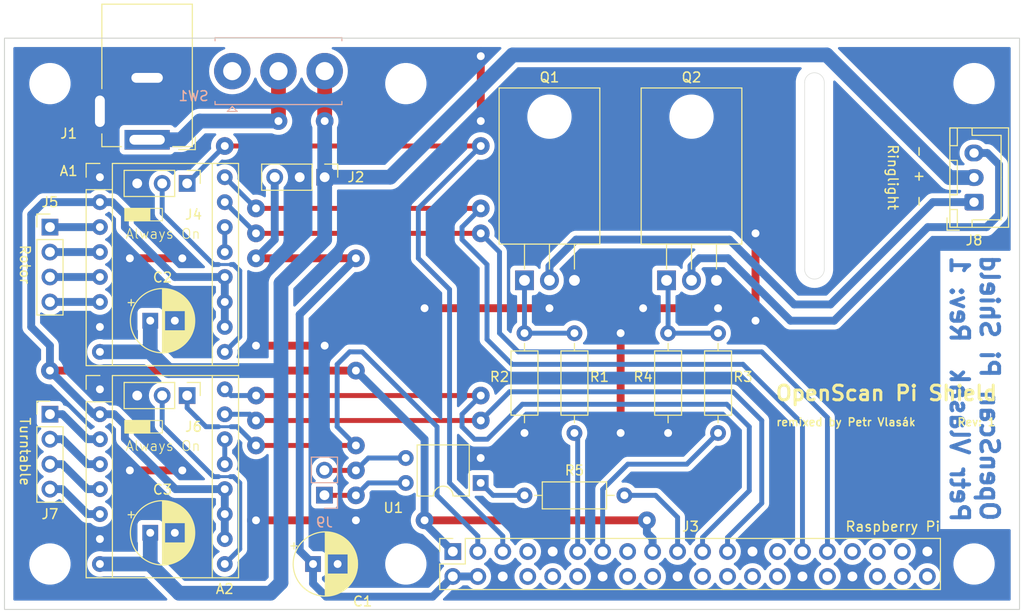
<source format=kicad_pcb>
(kicad_pcb (version 20240108) (generator "pcbnew") (generator_version "8.0")
  (layers (0 "F.Cu" signal) (31 "B.Cu" signal) (34 "B.Paste" user) (35 "F.Paste" user) (36 "B.SilkS" user "B.Silkscreen") (37 "F.SilkS" user "F.Silkscreen") (38 "B.Mask" user) (39 "F.Mask" user) (44 "Edge.Cuts" user))
  (net 0 "")
  (net 1 "/Rotor_dir")
  (net 2 "GND")
  (net 3 "/Rotor_step")
  (net 4 "Net-(A1-~{RESET})")
  (net 5 "+5V")
  (net 6 "+12V")
  (net 7 "Net-(A2-~{RESET})")
  (net 8 "/Turntable_step")
  (net 9 "/Turntable_dir")
  (net 17 "/Ringlight2")
  (net 18 "/Ext_cam")
  (net 22 "/Ringlight1")
  (net 24 "+3V3")
  (net 32 "/VIN")
  (net 33 "/Cam2")
  (net 34 "/Cam1")
  (net 35 "/Ext_cam_opt")
  (net 36 "/PWR_RO_2B")
  (net 37 "/PWR_RO_1A")
  (net 38 "/PWR_RO_1B")
  (net 39 "/PWR_RO_2A")
  (net 40 "/PWR_TT_2A")
  (net 41 "/PWR_TT_1B")
  (net 42 "/PWR_TT_2B")
  (net 43 "/PWR_TT_1A")
  (net 44 "/PWR_RL2")
  (net 45 "/PWR_RL1")
  (net 46 "/RL1G")
  (net 47 "/RL2G")
  (net 50 "/RO_EN")
  (net 51 "/TT_EN")
  (net 52 "/Turntable_en")
  (net 53 "/Rotor_en")
  (footprint "Custom:A4988" (layer "F.Cu") (at 5.08 -17.78)
    (property "Reference" "A2" (at 12.7 20.32 0) (layer "F.SilkS"))
    (property "Value" "A4988")
    (pad "1" thru_hole rect (at 0 0) (size 1.6 1.6) (drill 0.8) (layers "*.Cu" "*.Mask") (net 2 "GND"))
    (pad "2" thru_hole oval (at 0 2.54) (size 1.6 1.6) (drill 0.8) (layers "*.Cu" "*.Mask") (net 24 "+3V3"))
    (pad "3" thru_hole oval (at 0 5.08) (size 1.6 1.6) (drill 0.8) (layers "*.Cu" "*.Mask") (net 41 "/PWR_TT_1B"))
    (pad "4" thru_hole oval (at 0 7.62) (size 1.6 1.6) (drill 0.8) (layers "*.Cu" "*.Mask") (net 43 "/PWR_TT_1A"))
    (pad "5" thru_hole oval (at 0 10.16) (size 1.6 1.6) (drill 0.8) (layers "*.Cu" "*.Mask") (net 40 "/PWR_TT_2A"))
    (pad "6" thru_hole oval (at 0 12.7) (size 1.6 1.6) (drill 0.8) (layers "*.Cu" "*.Mask") (net 42 "/PWR_TT_2B"))
    (pad "7" thru_hole oval (at 0 15.24) (size 1.6 1.6) (drill 0.8) (layers "*.Cu" "*.Mask") (net 2 "GND"))
    (pad "8" thru_hole oval (at 0 17.78) (size 1.6 1.6) (drill 0.8) (layers "*.Cu" "*.Mask") (net 6 "+12V"))
    (pad "9" thru_hole oval (at 12.7 17.78) (size 1.6 1.6) (drill 0.8) (layers "*.Cu" "*.Mask") (net 51 "/TT_EN"))
    (pad "10" thru_hole oval (at 12.7 15.24) (size 1.6 1.6) (drill 0.8) (layers "*.Cu" "*.Mask") (net 24 "+3V3"))
    (pad "11" thru_hole oval (at 12.7 12.7) (size 1.6 1.6) (drill 0.8) (layers "*.Cu" "*.Mask") (net 24 "+3V3"))
    (pad "12" thru_hole oval (at 12.7 10.16) (size 1.6 1.6) (drill 0.8) (layers "*.Cu" "*.Mask") (net 24 "+3V3"))
    (pad "13" thru_hole oval (at 12.7 7.62) (size 1.6 1.6) (drill 0.8) (layers "*.Cu" "*.Mask") (net 7 "Net-(A2-~{RESET})"))
    (pad "14" thru_hole oval (at 12.7 5.08) (size 1.6 1.6) (drill 0.8) (layers "*.Cu" "*.Mask") (net 7 "Net-(A2-~{RESET})"))
    (pad "15" thru_hole oval (at 12.7 2.54) (size 1.6 1.6) (drill 0.8) (layers "*.Cu" "*.Mask") (net 8 "/Turntable_step"))
    (pad "16" thru_hole oval (at 12.7 0) (size 1.6 1.6) (drill 0.8) (layers "*.Cu" "*.Mask") (net 9 "/Turntable_dir"))
  )
  (footprint "Custom:MountingHole_3.2mm_M3_ISO14580" (layer "F.Cu") (at 36.195 -48.895)
    (property "Reference" "REF**" (hide yes))
    (property "Value" "MountingHole_3.2mm_M3_ISO14580" (hide yes))
    (pad "" np_thru_hole circle (at 0 0) (size 3.2 3.2) (drill 3.2) (layers "*.Cu" "*.Mask"))
  )
  (footprint "Connector_PinHeader_2.54mm:PinHeader_1x04_P2.54mm_Vertical" (layer "F.Cu") (at 0 -15.24)
    (property "Reference" "J7" (at 0 10.16 0) (layer "F.SilkS"))
    (property "Value" "Turntable" (at -2.54 3.81 -90) (layer "F.SilkS"))
    (pad "1" thru_hole rect (at 0 0) (size 1.7 1.7) (drill 1) (layers "*.Cu" "*.Mask") (net 41 "/PWR_TT_1B"))
    (pad "2" thru_hole oval (at 0 2.54) (size 1.7 1.7) (drill 1) (layers "*.Cu" "*.Mask") (net 43 "/PWR_TT_1A"))
    (pad "3" thru_hole oval (at 0 5.08) (size 1.7 1.7) (drill 1) (layers "*.Cu" "*.Mask") (net 40 "/PWR_TT_2A"))
    (pad "4" thru_hole oval (at 0 7.62) (size 1.7 1.7) (drill 1) (layers "*.Cu" "*.Mask") (net 42 "/PWR_TT_2B"))
  )
  (footprint "Custom:MountingHole_3.2mm_M3_ISO14580" (layer "F.Cu") (at 36.195 0)
    (property "Reference" "REF**" (hide yes))
    (property "Value" "MountingHole_3.2mm_M3_ISO14580" (hide yes))
    (pad "" np_thru_hole circle (at 0 0) (size 3.2 3.2) (drill 3.2) (layers "*.Cu" "*.Mask"))
  )
  (footprint "Resistor_THT:R_Axial_DIN0207_L6.3mm_D2.5mm_P10.16mm_Horizontal" (layer "F.Cu") (at 53.34 -13.335 90)
    (property "Reference" "R1" (at 5.715 2.54 180) (layer "F.SilkS"))
    (property "Value" "330")
    (pad "1" thru_hole circle (at 0 0 90) (size 1.6 1.6) (drill 0.8) (layers "*.Cu" "*.Mask") (net 22 "/Ringlight1"))
    (pad "2" thru_hole oval (at 10.16 0 90) (size 1.6 1.6) (drill 0.8) (layers "*.Cu" "*.Mask") (net 46 "/RL1G"))
  )
  (footprint "Capacitor_THT:CP_Radial_D6.3mm_P2.50mm" (layer "F.Cu") (at 10.2 -24.765)
    (property "Reference" "C2" (at 1.25 -4.4 0) (layer "F.SilkS"))
    (property "Value" "100u")
    (pad "1" thru_hole rect (at 0 0) (size 1.6 1.6) (drill 0.8) (layers "*.Cu" "*.Mask") (net 6 "+12V"))
    (pad "2" thru_hole circle (at 2.5 0) (size 1.6 1.6) (drill 0.8) (layers "*.Cu" "*.Mask") (net 2 "GND"))
  )
  (footprint "Package_DIP:DIP-4_W7.62mm" (layer "F.Cu") (at 43.805 -8.25 180)
    (property "Reference" "U1" (at 8.88 -2.535 180) (layer "F.SilkS"))
    (property "Value" "PC817")
    (pad "1" thru_hole rect (at 0 0 180) (size 1.6 1.6) (drill 0.8) (layers "*.Cu" "*.Mask") (net 35 "/Ext_cam_opt"))
    (pad "2" thru_hole oval (at 0 2.54 180) (size 1.6 1.6) (drill 0.8) (layers "*.Cu" "*.Mask") (net 2 "GND"))
    (pad "3" thru_hole oval (at 7.62 2.54 180) (size 1.6 1.6) (drill 0.8) (layers "*.Cu" "*.Mask") (net 33 "/Cam2"))
    (pad "4" thru_hole oval (at 7.62 0 180) (size 1.6 1.6) (drill 0.8) (layers "*.Cu" "*.Mask") (net 34 "/Cam1"))
  )
  (footprint "Resistor_THT:R_Axial_DIN0207_L6.3mm_D2.5mm_P10.16mm_Horizontal" (layer "F.Cu") (at 58.42 -6.985 180)
    (property "Reference" "R5" (at 5.08 2.54 180) (layer "F.SilkS"))
    (property "Value" "220")
    (pad "1" thru_hole circle (at 0 0 180) (size 1.6 1.6) (drill 0.8) (layers "*.Cu" "*.Mask") (net 18 "/Ext_cam"))
    (pad "2" thru_hole oval (at 10.16 0 180) (size 1.6 1.6) (drill 0.8) (layers "*.Cu" "*.Mask") (net 35 "/Ext_cam_opt"))
  )
  (footprint "Custom:MountingHole_3.2mm_M3_ISO14580" (layer "F.Cu") (at 93.98 -48.895)
    (property "Reference" "REF**" (hide yes))
    (property "Value" "MountingHole_3.2mm_M3_ISO14580" (hide yes))
    (pad "" np_thru_hole circle (at 0 0) (size 3.2 3.2) (drill 3.2) (layers "*.Cu" "*.Mask"))
  )
  (footprint "Custom:MountingHole_3.2mm_M3_ISO14580" (layer "F.Cu") (at 0 0)
    (property "Reference" "REF**" (hide yes))
    (property "Value" "MountingHole_3.2mm_M3_ISO14580" (hide yes))
    (pad "" np_thru_hole circle (at 0 0) (size 3.2 3.2) (drill 3.2) (layers "*.Cu" "*.Mask"))
  )
  (footprint "Capacitor_THT:CP_Radial_D6.3mm_P2.50mm" (layer "F.Cu") (at 10.2 -3.175)
    (property "Reference" "C3" (at 1.25 -4.4 0) (layer "F.SilkS"))
    (property "Value" "100u")
    (pad "1" thru_hole rect (at 0 0) (size 1.6 1.6) (drill 0.8) (layers "*.Cu" "*.Mask") (net 6 "+12V"))
    (pad "2" thru_hole circle (at 2.5 0) (size 1.6 1.6) (drill 0.8) (layers "*.Cu" "*.Mask") (net 2 "GND"))
  )
  (footprint "Connector_JST:JST_XH_B3B-XH-A_1x03_P2.50mm_Vertical" (layer "F.Cu") (at 93.98 -36.83 90)
    (property "Reference" "J8" (at -3.89 0 0) (layer "F.SilkS"))
    (property "Value" "Ringlight" (at 2.54 -8.255 -90) (layer "F.SilkS"))
    (pad "1" thru_hole roundrect (at 0 0 90) (size 1.7 1.95) (drill 0.95) (layers "*.Cu" "*.Mask") (roundrect_rratio 0.147059) (net 45 "/PWR_RL1"))
    (pad "2" thru_hole oval (at 2.5 0 90) (size 1.7 1.95) (drill 0.95) (layers "*.Cu" "*.Mask") (net 6 "+12V"))
    (pad "3" thru_hole oval (at 5 0 90) (size 1.7 1.95) (drill 0.95) (layers "*.Cu" "*.Mask") (net 44 "/PWR_RL2"))
  )
  (footprint "Connector_PinHeader_2.54mm:PinHeader_1x03_P2.54mm_Vertical" (layer "F.Cu") (at 27.94 -39.37 -90)
    (property "Reference" "J2" (at 0 -3.175 180) (layer "F.SilkS"))
    (property "Value" "12V -> 5V")
    (pad "1" thru_hole rect (at 0 0 270) (size 1.7 1.7) (drill 1) (layers "*.Cu" "*.Mask") (net 6 "+12V"))
    (pad "2" thru_hole oval (at 0 2.54 270) (size 1.7 1.7) (drill 1) (layers "*.Cu" "*.Mask") (net 2 "GND"))
    (pad "3" thru_hole oval (at 0 5.08 270) (size 1.7 1.7) (drill 1) (layers "*.Cu" "*.Mask") (net 5 "+5V"))
  )
  (footprint "Capacitor_THT:CP_Radial_D6.3mm_P2.50mm" (layer "F.Cu") (at 26.757621 0)
    (property "Reference" "C1" (at 5.04 3.81 0) (layer "F.SilkS"))
    (property "Value" "470u")
    (pad "1" thru_hole rect (at 0 0) (size 1.6 1.6) (drill 0.8) (layers "*.Cu" "*.Mask") (net 5 "+5V"))
    (pad "2" thru_hole circle (at 2.5 0) (size 1.6 1.6) (drill 0.8) (layers "*.Cu" "*.Mask") (net 2 "GND"))
  )
  (footprint "Package_TO_SOT_THT:TO-220-3_Horizontal_TabDown" (layer "F.Cu") (at 48.26 -28.87)
    (property "Reference" "Q1" (at 2.54 -20.66 0) (layer "F.SilkS"))
    (property "Value" "IRLZ34N")
    (pad "" np_thru_hole oval (at 2.54 -16.66) (size 3.5 3.5) (drill 3.5) (layers "*.Cu" "*.Mask"))
    (pad "1" thru_hole rect (at 0 0) (size 1.905 2) (drill 1.1) (layers "*.Cu" "*.Mask") (net 46 "/RL1G"))
    (pad "2" thru_hole oval (at 2.54 0) (size 1.905 2) (drill 1.1) (layers "*.Cu" "*.Mask") (net 45 "/PWR_RL1"))
    (pad "3" thru_hole oval (at 5.08 0) (size 1.905 2) (drill 1.1) (layers "*.Cu" "*.Mask") (net 2 "GND"))
  )
  (footprint "Package_TO_SOT_THT:TO-220-3_Horizontal_TabDown" (layer "F.Cu") (at 62.70625 -28.87)
    (property "Reference" "Q2" (at 2.54 -20.66 0) (layer "F.SilkS"))
    (property "Value" "IRLZ34N")
    (pad "" np_thru_hole oval (at 2.54 -16.66) (size 3.5 3.5) (drill 3.5) (layers "*.Cu" "*.Mask"))
    (pad "1" thru_hole rect (at 0 0) (size 1.905 2) (drill 1.1) (layers "*.Cu" "*.Mask") (net 47 "/RL2G"))
    (pad "2" thru_hole oval (at 2.54 0) (size 1.905 2) (drill 1.1) (layers "*.Cu" "*.Mask") (net 44 "/PWR_RL2"))
    (pad "3" thru_hole oval (at 5.08 0) (size 1.905 2) (drill 1.1) (layers "*.Cu" "*.Mask") (net 2 "GND"))
  )
  (footprint "Resistor_THT:R_Axial_DIN0207_L6.3mm_D2.5mm_P10.16mm_Horizontal" (layer "F.Cu") (at 62.865 -13.335 90)
    (property "Reference" "R4" (at 5.715 -2.54 180) (layer "F.SilkS"))
    (property "Value" "10k")
    (pad "1" thru_hole circle (at 0 0 90) (size 1.6 1.6) (drill 0.8) (layers "*.Cu" "*.Mask") (net 2 "GND"))
    (pad "2" thru_hole oval (at 10.16 0 90) (size 1.6 1.6) (drill 0.8) (layers "*.Cu" "*.Mask") (net 47 "/RL2G"))
  )
  (footprint "Resistor_THT:R_Axial_DIN0207_L6.3mm_D2.5mm_P10.16mm_Horizontal" (layer "F.Cu") (at 48.26 -13.335 90)
    (property "Reference" "R2" (at 5.715 -2.54 180) (layer "F.SilkS"))
    (property "Value" "10k")
    (pad "1" thru_hole circle (at 0 0 90) (size 1.6 1.6) (drill 0.8) (layers "*.Cu" "*.Mask") (net 2 "GND"))
    (pad "2" thru_hole oval (at 10.16 0 90) (size 1.6 1.6) (drill 0.8) (layers "*.Cu" "*.Mask") (net 46 "/RL1G"))
  )
  (footprint "Connector_PinHeader_2.54mm:PinHeader_1x03_P2.54mm_Vertical" (layer "F.Cu") (at 13.955 -38.735 -90)
    (property "Reference" "J4" (at 3.175 -0.65 0) (layer "F.SilkS"))
    (property "Value" "Rotor Always On")
    (pad "1" thru_hole rect (at 0 0 270) (size 1.7 1.7) (drill 1) (layers "*.Cu" "*.Mask") (net 53 "/Rotor_en"))
    (pad "2" thru_hole oval (at 0 2.54 270) (size 1.7 1.7) (drill 1) (layers "*.Cu" "*.Mask") (net 50 "/RO_EN"))
    (pad "3" thru_hole oval (at 0 5.08 270) (size 1.7 1.7) (drill 1) (layers "*.Cu" "*.Mask") (net 2 "GND"))
  )
  (footprint "Custom:MountingHole_3.2mm_M3_ISO14580" (layer "F.Cu") (at 0 -48.895)
    (property "Reference" "REF**" (hide yes))
    (property "Value" "MountingHole_3.2mm_M3_ISO14580" (hide yes))
    (pad "" np_thru_hole circle (at 0 0) (size 3.2 3.2) (drill 3.2) (layers "*.Cu" "*.Mask"))
  )
  (footprint "Connector_PinSocket_2.54mm:PinSocket_2x20_P2.54mm_Vertical" (layer "F.Cu") (at 40.9702 -1.27 90)
    (property "Reference" "J3" (at 2.54 24.1808 0) (layer "F.SilkS"))
    (property "Value" "Raspberry Pi" (at 2.54 44.7548 0) (layer "F.SilkS"))
    (pad "1" thru_hole rect (at 0 0 90) (size 1.7 1.7) (drill 1) (layers "*.Cu" "*.Mask") (net 24 "+3V3"))
    (pad "2" thru_hole oval (at -2.54 0 90) (size 1.7 1.7) (drill 1) (layers "*.Cu" "*.Mask") (net 5 "+5V"))
    (pad "3" thru_hole oval (at 0 2.54 90) (size 1.7 1.7) (drill 1) (layers "*.Cu" "*.Mask") (net 52 "/Turntable_en"))
    (pad "4" thru_hole oval (at -2.54 2.54 90) (size 1.7 1.7) (drill 1) (layers "*.Cu" "*.Mask") (net 5 "+5V"))
    (pad "5" thru_hole oval (at 0 5.08 90) (size 1.7 1.7) (drill 1) (layers "*.Cu" "*.Mask") (net 53 "/Rotor_en"))
    (pad "6" thru_hole oval (at -2.54 5.08 90) (size 1.7 1.7) (drill 1) (layers "*.Cu" "*.Mask") (net 2 "GND"))
    (pad "7" thru_hole oval (at 0 7.62 90) (size 1.7 1.7) (drill 1) (layers "*.Cu" "*.Mask"))
    (pad "8" thru_hole oval (at -2.54 7.62 90) (size 1.7 1.7) (drill 1) (layers "*.Cu" "*.Mask"))
    (pad "9" thru_hole oval (at 0 10.16 90) (size 1.7 1.7) (drill 1) (layers "*.Cu" "*.Mask") (net 2 "GND"))
    (pad "10" thru_hole oval (at -2.54 10.16 90) (size 1.7 1.7) (drill 1) (layers "*.Cu" "*.Mask"))
    (pad "11" thru_hole oval (at 0 12.7 90) (size 1.7 1.7) (drill 1) (layers "*.Cu" "*.Mask") (net 22 "/Ringlight1"))
    (pad "12" thru_hole oval (at -2.54 12.7 90) (size 1.7 1.7) (drill 1) (layers "*.Cu" "*.Mask"))
    (pad "13" thru_hole oval (at 0 15.24 90) (size 1.7 1.7) (drill 1) (layers "*.Cu" "*.Mask") (net 17 "/Ringlight2"))
    (pad "14" thru_hole oval (at -2.54 15.24 90) (size 1.7 1.7) (drill 1) (layers "*.Cu" "*.Mask") (net 2 "GND"))
    (pad "15" thru_hole oval (at 0 17.78 90) (size 1.7 1.7) (drill 1) (layers "*.Cu" "*.Mask"))
    (pad "16" thru_hole oval (at -2.54 17.78 90) (size 1.7 1.7) (drill 1) (layers "*.Cu" "*.Mask"))
    (pad "17" thru_hole oval (at 0 20.32 90) (size 1.7 1.7) (drill 1) (layers "*.Cu" "*.Mask") (net 24 "+3V3"))
    (pad "18" thru_hole oval (at -2.54 20.32 90) (size 1.7 1.7) (drill 1) (layers "*.Cu" "*.Mask"))
    (pad "19" thru_hole oval (at 0 22.86 90) (size 1.7 1.7) (drill 1) (layers "*.Cu" "*.Mask") (net 18 "/Ext_cam"))
    (pad "20" thru_hole oval (at -2.54 22.86 90) (size 1.7 1.7) (drill 1) (layers "*.Cu" "*.Mask") (net 2 "GND"))
    (pad "21" thru_hole oval (at 0 25.4 90) (size 1.7 1.7) (drill 1) (layers "*.Cu" "*.Mask") (net 9 "/Turntable_dir"))
    (pad "22" thru_hole oval (at -2.54 25.4 90) (size 1.7 1.7) (drill 1) (layers "*.Cu" "*.Mask"))
    (pad "23" thru_hole oval (at 0 27.94 90) (size 1.7 1.7) (drill 1) (layers "*.Cu" "*.Mask") (net 8 "/Turntable_step"))
    (pad "24" thru_hole oval (at -2.54 27.94 90) (size 1.7 1.7) (drill 1) (layers "*.Cu" "*.Mask"))
    (pad "25" thru_hole oval (at 0 30.48 90) (size 1.7 1.7) (drill 1) (layers "*.Cu" "*.Mask") (net 2 "GND"))
    (pad "26" thru_hole oval (at -2.54 30.48 90) (size 1.7 1.7) (drill 1) (layers "*.Cu" "*.Mask"))
    (pad "27" thru_hole oval (at 0 33.02 90) (size 1.7 1.7) (drill 1) (layers "*.Cu" "*.Mask"))
    (pad "28" thru_hole oval (at -2.54 33.02 90) (size 1.7 1.7) (drill 1) (layers "*.Cu" "*.Mask"))
    (pad "29" thru_hole oval (at 0 35.56 90) (size 1.7 1.7) (drill 1) (layers "*.Cu" "*.Mask") (net 1 "/Rotor_dir"))
    (pad "30" thru_hole oval (at -2.54 35.56 90) (size 1.7 1.7) (drill 1) (layers "*.Cu" "*.Mask") (net 2 "GND"))
    (pad "31" thru_hole oval (at 0 38.1 90) (size 1.7 1.7) (drill 1) (layers "*.Cu" "*.Mask") (net 3 "/Rotor_step"))
    (pad "32" thru_hole oval (at -2.54 38.1 90) (size 1.7 1.7) (drill 1) (layers "*.Cu" "*.Mask"))
    (pad "33" thru_hole oval (at 0 40.64 90) (size 1.7 1.7) (drill 1) (layers "*.Cu" "*.Mask"))
    (pad "34" thru_hole oval (at -2.54 40.64 90) (size 1.7 1.7) (drill 1) (layers "*.Cu" "*.Mask") (net 2 "GND"))
    (pad "35" thru_hole oval (at 0 43.18 90) (size 1.7 1.7) (drill 1) (layers "*.Cu" "*.Mask"))
    (pad "36" thru_hole oval (at -2.54 43.18 90) (size 1.7 1.7) (drill 1) (layers "*.Cu" "*.Mask"))
    (pad "37" thru_hole oval (at 0 45.72 90) (size 1.7 1.7) (drill 1) (layers "*.Cu" "*.Mask"))
    (pad "38" thru_hole oval (at -2.54 45.72 90) (size 1.7 1.7) (drill 1) (layers "*.Cu" "*.Mask"))
    (pad "39" thru_hole oval (at 0 48.26 90) (size 1.7 1.7) (drill 1) (layers "*.Cu" "*.Mask") (net 2 "GND"))
    (pad "40" thru_hole oval (at -2.54 48.26 90) (size 1.7 1.7) (drill 1) (layers "*.Cu" "*.Mask"))
  )
  (footprint "Custom:MountingHole_3.2mm_M3_ISO14580" (layer "F.Cu") (at 93.98 0)
    (property "Reference" "REF**" (hide yes))
    (property "Value" "MountingHole_3.2mm_M3_ISO14580" (hide yes))
    (pad "" np_thru_hole circle (at 0 0) (size 3.2 3.2) (drill 3.2) (layers "*.Cu" "*.Mask"))
  )
  (footprint "Connector_PinHeader_2.54mm:PinHeader_1x03_P2.54mm_Vertical" (layer "F.Cu") (at 13.955 -17.145 -90)
    (property "Reference" "J6" (at 3.175 -0.65 0) (layer "F.SilkS"))
    (property "Value" "Turntable Always On")
    (pad "1" thru_hole rect (at 0 0 270) (size 1.7 1.7) (drill 1) (layers "*.Cu" "*.Mask") (net 52 "/Turntable_en"))
    (pad "2" thru_hole oval (at 0 2.54 270) (size 1.7 1.7) (drill 1) (layers "*.Cu" "*.Mask") (net 51 "/TT_EN"))
    (pad "3" thru_hole oval (at 0 5.08 270) (size 1.7 1.7) (drill 1) (layers "*.Cu" "*.Mask") (net 2 "GND"))
  )
  (footprint "Resistor_THT:R_Axial_DIN0207_L6.3mm_D2.5mm_P10.16mm_Horizontal" (layer "F.Cu") (at 67.945 -13.335 90)
    (property "Reference" "R3" (at 5.715 2.54 180) (layer "F.SilkS"))
    (property "Value" "330")
    (pad "1" thru_hole circle (at 0 0 90) (size 1.6 1.6) (drill 0.8) (layers "*.Cu" "*.Mask") (net 17 "/Ringlight2"))
    (pad "2" thru_hole oval (at 10.16 0 90) (size 1.6 1.6) (drill 0.8) (layers "*.Cu" "*.Mask") (net 47 "/RL2G"))
  )
  (footprint "Connector_PinHeader_2.54mm:PinHeader_1x04_P2.54mm_Vertical" (layer "F.Cu") (at 0 -34.29)
    (property "Reference" "J5" (at 0 -2.54 0) (layer "F.SilkS"))
    (property "Value" "Rotor" (at -2.54 3.81 -90) (layer "F.SilkS"))
    (pad "1" thru_hole rect (at 0 0) (size 1.7 1.7) (drill 1) (layers "*.Cu" "*.Mask") (net 38 "/PWR_RO_1B"))
    (pad "2" thru_hole oval (at 0 2.54) (size 1.7 1.7) (drill 1) (layers "*.Cu" "*.Mask") (net 37 "/PWR_RO_1A"))
    (pad "3" thru_hole oval (at 0 5.08) (size 1.7 1.7) (drill 1) (layers "*.Cu" "*.Mask") (net 39 "/PWR_RO_2A"))
    (pad "4" thru_hole oval (at 0 7.62) (size 1.7 1.7) (drill 1) (layers "*.Cu" "*.Mask") (net 36 "/PWR_RO_2B"))
  )
  (footprint "Custom:A4988" (layer "F.Cu") (at 5.08 -39.37)
    (property "Reference" "A1" (at -3.175 -0.635 0) (layer "F.SilkS"))
    (property "Value" "A4988")
    (pad "1" thru_hole rect (at 0 0) (size 1.6 1.6) (drill 0.8) (layers "*.Cu" "*.Mask") (net 2 "GND"))
    (pad "2" thru_hole oval (at 0 2.54) (size 1.6 1.6) (drill 0.8) (layers "*.Cu" "*.Mask") (net 24 "+3V3"))
    (pad "3" thru_hole oval (at 0 5.08) (size 1.6 1.6) (drill 0.8) (layers "*.Cu" "*.Mask") (net 38 "/PWR_RO_1B"))
    (pad "4" thru_hole oval (at 0 7.62) (size 1.6 1.6) (drill 0.8) (layers "*.Cu" "*.Mask") (net 37 "/PWR_RO_1A"))
    (pad "5" thru_hole oval (at 0 10.16) (size 1.6 1.6) (drill 0.8) (layers "*.Cu" "*.Mask") (net 39 "/PWR_RO_2A"))
    (pad "6" thru_hole oval (at 0 12.7) (size 1.6 1.6) (drill 0.8) (layers "*.Cu" "*.Mask") (net 36 "/PWR_RO_2B"))
    (pad "7" thru_hole oval (at 0 15.24) (size 1.6 1.6) (drill 0.8) (layers "*.Cu" "*.Mask") (net 2 "GND"))
    (pad "8" thru_hole oval (at 0 17.78) (size 1.6 1.6) (drill 0.8) (layers "*.Cu" "*.Mask") (net 6 "+12V"))
    (pad "9" thru_hole oval (at 12.7 17.78) (size 1.6 1.6) (drill 0.8) (layers "*.Cu" "*.Mask") (net 50 "/RO_EN"))
    (pad "10" thru_hole oval (at 12.7 15.24) (size 1.6 1.6) (drill 0.8) (layers "*.Cu" "*.Mask") (net 24 "+3V3"))
    (pad "11" thru_hole oval (at 12.7 12.7) (size 1.6 1.6) (drill 0.8) (layers "*.Cu" "*.Mask") (net 24 "+3V3"))
    (pad "12" thru_hole oval (at 12.7 10.16) (size 1.6 1.6) (drill 0.8) (layers "*.Cu" "*.Mask") (net 24 "+3V3"))
    (pad "13" thru_hole oval (at 12.7 7.62) (size 1.6 1.6) (drill 0.8) (layers "*.Cu" "*.Mask") (net 4 "Net-(A1-~{RESET})"))
    (pad "14" thru_hole oval (at 12.7 5.08) (size 1.6 1.6) (drill 0.8) (layers "*.Cu" "*.Mask") (net 4 "Net-(A1-~{RESET})"))
    (pad "15" thru_hole oval (at 12.7 2.54) (size 1.6 1.6) (drill 0.8) (layers "*.Cu" "*.Mask") (net 3 "/Rotor_step"))
    (pad "16" thru_hole oval (at 12.7 0) (size 1.6 1.6) (drill 0.8) (layers "*.Cu" "*.Mask") (net 1 "/Rotor_dir"))
  )
  (footprint "Connector_BarrelJack:BarrelJack_GCT_DCJ200-10-A_Horizontal" (layer "F.Cu") (at 9.88 -43.18 180)
    (property "Reference" "J1" (at 7.975 0.635 180) (layer "F.SilkS"))
    (property "Value" "12V / 2.5A")
    (pad "1" thru_hole rect (at 0 0 180) (size 4.6 2) (drill oval 3.6 1) (layers "*.Cu" "*.Mask") (net 32 "/VIN"))
    (pad "2" thru_hole oval (at 0 6.3 180) (size 4.2 2) (drill oval 3.2 1) (layers "*.Cu" "*.Mask") (net 2 "GND"))
    (pad "3" thru_hole oval (at 4.8 2.9 180) (size 2 4.2) (drill oval 1 3.2) (layers "*.Cu" "*.Mask") (net 2 "GND"))
  )
  (footprint "Connector_PinSocket_2.54mm:PinSocket_1x02_P2.54mm_Vertical" (layer "B.Cu") (at 27.915 -7.005)
    (property "Reference" "J9" (at 0 2.77 180) (layer "B.SilkS") (effects (justify mirror)))
    (property "Value" "Cam")
    (pad "1" thru_hole rect (at 0 0) (size 1.7 1.7) (drill 1) (layers "*.Cu" "*.Mask") (net 34 "/Cam1"))
    (pad "2" thru_hole oval (at 0 -2.54) (size 1.7 1.7) (drill 1) (layers "*.Cu" "*.Mask") (net 33 "/Cam2"))
  )
  (footprint "Custom:SW_SPDT_CANAL_ELECTRONIC_SL19-121" (layer "B.Cu") (at 18.54 -50.165)
    (property "Reference" "SW1" (at -3.935 2.54 180) (layer "B.SilkS") (effects (justify mirror)))
    (property "Value" "Power")
    (pad "1" thru_hole circle (at 0 0) (size 3.7 3.7) (drill 1.85) (layers "*.Cu" "*.Mask"))
    (pad "2" thru_hole circle (at 4.7 0) (size 3.7 3.7) (drill 1.85) (layers "*.Cu" "*.Mask") (net 32 "/VIN"))
    (pad "3" thru_hole circle (at 9.4 0) (size 3.7 3.7) (drill 1.85) (layers "*.Cu" "*.Mask") (net 6 "+12V"))
  )
  (gr_rect (start 7.62 -14.605) (end 10.16 -13.335) (stroke (width 0.1)) (fill solid) (layer "F.SilkS"))
  (gr_rect (start 7.62 -36.195) (end 11.43 -34.925) (stroke (width 0.1)) (fill none) (layer "F.SilkS"))
  (gr_rect (start 7.62 -36.195) (end 10.16 -34.925) (stroke (width 0.1)) (fill solid) (layer "F.SilkS"))
  (gr_rect (start 7.62 -14.605) (end 11.43 -13.335) (stroke (width 0.1)) (fill none) (layer "F.SilkS"))
  (gr_arc (start 76.75 -49) (mid 77.75 -50) (end 78.75 -49) (stroke (width 0.05)) (layer "Edge.Cuts"))
  (gr_rect (start -4.625 -53.52) (end 98.605 4.625) (stroke (width 0.1)) (fill none) (layer "Edge.Cuts"))
  (gr_arc (start 78.75 -30) (mid 77.75 -29) (end 76.75 -30) (stroke (width 0.05)) (layer "Edge.Cuts"))
  (gr_line (start 76.75 -49) (end 76.75 -30) (stroke (width 0.05)) (layer "Edge.Cuts"))
  (gr_line (start 78.75 -49) (end 78.75 -30) (stroke (width 0.05)) (layer "Edge.Cuts"))
  (gr_text "Petr Vlasák" (at 91.44 -4.064 270) (layer "B.Cu") (effects (font (size 1.8 1.8) (thickness 0.4) (bold yes)) (justify left bottom mirror)))
  (gr_text "Rev: 1" (at 91.44 -22.352 270) (layer "B.Cu") (effects (font (size 1.8 1.8) (thickness 0.4) (bold yes)) (justify left bottom mirror)))
  (gr_text "OpenScan Pi Shield" (at 94.488 -4.191 270) (layer "B.Cu") (effects (font (size 1.8 1.8) (thickness 0.4) (bold yes)) (justify left bottom mirror)))
  (gr_text "OpenScan Pi Shield" (at 73.66 -16.51 0) (layer "F.SilkS") (effects (font (size 1.5 1.5) (thickness 0.3) (bold yes)) (justify left bottom)))
  (gr_text "-" (at 88.9 -36.195 90) (layer "F.SilkS") (effects (font (size 1 1)) (justify left bottom)))
  (gr_text "+" (at 88.9 -38.735 90) (layer "F.SilkS") (effects (font (size 1 1)) (justify left bottom)))
  (gr_text "Always On" (at 7.62 -11.43 0) (layer "F.SilkS") (effects (font (size 1 1) (thickness 0.1)) (justify left bottom)))
  (gr_text "Always On" (at 7.62 -33.02 0) (layer "F.SilkS") (effects (font (size 1 1) (thickness 0.1)) (justify left bottom)))
  (gr_text "remixed by Petr Vlasák" (at 73.787 -13.97 0) (layer "F.SilkS") (effects (font (size 0.8 0.8) (thickness 0.15) (bold yes)) (justify left bottom)))
  (gr_text "-" (at 88.9 -41.275 90) (layer "F.SilkS") (effects (font (size 1 1)) (justify left bottom)))
  (gr_text "Rev: 1" (at 92.202 -13.97 0) (layer "F.SilkS") (effects (font (size 0.8 0.8) (thickness 0.15) (bold yes)) (justify left bottom)))
  (segment (start 20.955 -36.195) (end 43.815 -36.195) (width 0.5) (layer "F.Cu") (net 1))
  (via (at 20.955 -36.195) (size 1.8) (drill 0.8) (layers "F.Cu" "B.Cu") (net 1))
  (via (at 43.815 -36.195) (size 1.8) (drill 0.8) (layers "F.Cu" "B.Cu") (net 1))
  (segment (start 76.5302 -1.27) (end 76.5302 -14.2748) (width 0.5) (layer "B.Cu") (net 1))
  (segment (start 76.5302 -14.2748) (end 70.485 -20.32) (width 0.5) (layer "B.Cu") (net 1))
  (segment (start 41.91 -33.02) (end 41.91 -34.29) (width 0.5) (layer "B.Cu") (net 1))
  (segment (start 46.99 -20.32) (end 44.45 -22.86) (width 0.5) (layer "B.Cu") (net 1))
  (segment (start 70.485 -20.32) (end 46.99 -20.32) (width 0.5) (layer "B.Cu") (net 1))
  (segment (start 44.45 -22.86) (end 44.45 -30.48) (width 0.5) (layer "B.Cu") (net 1))
  (segment (start 41.91 -34.29) (end 43.815 -36.195) (width 0.5) (layer "B.Cu") (net 1))
  (segment (start 17.78 -39.37) (end 20.955 -36.195) (width 0.5) (layer "B.Cu") (net 1))
  (segment (start 44.45 -30.48) (end 41.91 -33.02) (width 0.5) (layer "B.Cu") (net 1))
  (segment (start 58.039 -23.495) (end 58.039 -13.335) (width 0.8) (layer "F.Cu") (net 2))
  (segment (start 20.955 -22.225) (end 27.94 -22.225) (width 0.8) (layer "F.Cu") (net 2))
  (segment (start 13.462 -31.115) (end 8.128 -31.115) (width 0.8) (layer "F.Cu") (net 2))
  (segment (start 67.945 -26.035) (end 60.325 -26.035) (width 0.8) (layer "F.Cu") (net 2))
  (segment (start 43.815 -51.689) (end 43.815 -45.085) (width 0.8) (layer "F.Cu") (net 2))
  (segment (start 13.462 -9.525) (end 8.128 -9.525) (width 0.8) (layer "F.Cu") (net 2))
  (segment (start 38.1 -26.035) (end 50.8 -26.035) (width 0.8) (layer "F.Cu") (net 2))
  (segment (start 31.115 -4.445) (end 20.955 -4.445) (width 0.8) (layer "F.Cu") (net 2))
  (segment (start 71.755 -33.655) (end 71.755 -24.765) (width 0.8) (layer "F.Cu") (net 2))
  (via (at 58.039 -13.335) (size 1.8) (drill 0.8) (layers "F.Cu" "B.Cu") (net 2))
  (via (at 8.128 -31.115) (size 1.8) (drill 0.8) (layers "F.Cu" "B.Cu") (net 2))
  (via (at 43.815 -45.085) (size 1.8) (drill 0.8) (layers "F.Cu" "B.Cu") (net 2))
  (via (at 20.955 -22.225) (size 1.8) (drill 0.8) (layers "F.Cu" "B.Cu") (net 2))
  (via (at 58.039 -23.495) (size 1.8) (drill 0.8) (layers "F.Cu" "B.Cu") (net 2))
  (via (at 13.462 -31.115) (size 1.8) (drill 0.8) (layers "F.Cu" "B.Cu") (net 2))
  (via (at 60.325 -26.035) (size 1.8) (drill 0.8) (layers "F.Cu" "B.Cu") (net 2))
  (via (at 8.128 -9.525) (size 1.8) (drill 0.8) (layers "F.Cu" "B.Cu") (net 2))
  (via (at 31.115 -4.445) (size 1.8) (drill 0.8) (layers "F.Cu" "B.Cu") (net 2))
  (via (at 67.945 -26.035) (size 1.8) (drill 0.8) (layers "F.Cu" "B.Cu") (net 2))
  (via (at 13.462 -9.525) (size 1.8) (drill 0.8) (layers "F.Cu" "B.Cu") (net 2))
  (via (at 50.8 -26.035) (size 1.8) (drill 0.8) (layers "F.Cu" "B.Cu") (net 2))
  (via (at 71.755 -33.655) (size 1.8) (drill 0.8) (layers "F.Cu" "B.Cu") (net 2))
  (via (at 43.815 -51.689) (size 1.8) (drill 0.8) (layers "F.Cu" "B.Cu") (net 2))
  (via (at 71.755 -24.765) (size 1.8) (drill 0.8) (layers "F.Cu" "B.Cu") (net 2))
  (via (at 27.94 -22.225) (size 1.8) (drill 0.8) (layers "F.Cu" "B.Cu") (net 2))
  (via (at 20.955 -4.445) (size 1.8) (drill 0.8) (layers "F.Cu" "B.Cu") (net 2))
  (via (at 38.1 -26.035) (size 1.8) (drill 0.8) (layers "F.Cu" "B.Cu") (net 2))
  (segment (start 20.955 -33.655) (end 43.815 -33.655) (width 0.5) (layer "F.Cu") (net 3))
  (via (at 43.815 -33.655) (size 1.8) (drill 0.8) (layers "F.Cu" "B.Cu") (net 3))
  (via (at 20.955 -33.655) (size 1.8) (drill 0.8) (layers "F.Cu" "B.Cu") (net 3))
  (segment (start 79.0702 -1.27) (end 79.0702 -14.9098) (width 0.5) (layer "B.Cu") (net 3))
  (segment (start 45.72 -23.495) (end 45.72 -31.75) (width 0.5) (layer "B.Cu") (net 3))
  (segment (start 17.78 -36.83) (end 20.955 -33.655) (width 0.5) (layer "B.Cu") (net 3))
  (segment (start 79.0702 -14.9098) (end 72.39 -21.59) (width 0.5) (layer "B.Cu") (net 3))
  (segment (start 72.39 -21.59) (end 47.625 -21.59) (width 0.5) (layer "B.Cu") (net 3))
  (segment (start 47.625 -21.59) (end 45.72 -23.495) (width 0.5) (layer "B.Cu") (net 3))
  (segment (start 45.72 -31.75) (end 43.815 -33.655) (width 0.5) (layer "B.Cu") (net 3))
  (segment (start 17.78 -31.75) (end 17.78 -34.29) (width 0.5) (layer "B.Cu") (net 4))
  (segment (start 31.115 -31.115) (end 20.955 -31.115) (width 0.8) (layer "F.Cu") (net 5))
  (via (at 31.115 -31.115) (size 1.8) (drill 0.8) (layers "F.Cu" "B.Cu") (net 5))
  (via (at 20.955 -31.115) (size 1.8) (drill 0.8) (layers "F.Cu" "B.Cu") (net 5))
  (segment (start 40.9702 1.27) (end 43.5102 1.27) (width 0.8) (layer "B.Cu") (net 5))
  (segment (start 26.757621 0) (end 25.4 -1.357621) (width 0.8) (layer "B.Cu") (net 5))
  (segment (start 25.4 -25.4) (end 31.115 -31.115) (width 0.8) (layer "B.Cu") (net 5))
  (segment (start 26.757621 1.992621) (end 26.757621 0) (width 0.8) (layer "B.Cu") (net 5))
  (segment (start 22.86 -39.37) (end 22.86 -33.02) (width 0.8) (layer "B.Cu") (net 5))
  (segment (start 28.09 3.325) (end 26.757621 1.992621) (width 0.8) (layer "B.Cu") (net 5))
  (segment (start 38.9152 3.325) (end 28.09 3.325) (width 0.8) (layer "B.Cu") (net 5))
  (segment (start 22.86 -33.02) (end 20.955 -31.115) (width 0.8) (layer "B.Cu") (net 5))
  (segment (start 25.4 -1.357621) (end 25.4 -25.4) (width 0.8) (layer "B.Cu") (net 5))
  (segment (start 40.9702 1.27) (end 38.9152 3.325) (width 0.8) (layer "B.Cu") (net 5))
  (segment (start 27.94 -45.085) (end 27.94 -50.165) (width 1.5) (layer "F.Cu") (net 6))
  (via (at 27.94 -45.085) (size 1.8) (drill 0.8) (layers "F.Cu" "B.Cu") (net 6))
  (segment (start 78.994 -51.816) (end 91.48 -39.33) (width 1.5) (layer "B.Cu") (net 6))
  (segment (start 22.425 2.975) (end 13.135 2.975) (width 1.5) (layer "B.Cu") (net 6))
  (segment (start 27.94 -39.37) (end 27.94 -45.085) (width 1.5) (layer "B.Cu") (net 6))
  (segment (start 23.495 -28.575) (end 27.94 -33.02) (width 1.5) (layer "B.Cu") (net 6))
  (segment (start 27.94 -33.02) (end 27.94 -39.37) (width 1.5) (layer "B.Cu") (net 6))
  (segment (start 13.135 2.975) (end 10.16 0) (width 1.5) (layer "B.Cu") (net 6))
  (segment (start 10.2 -3.175) (end 10.2 -0.04) (width 1.5) (layer "B.Cu") (net 6))
  (segment (start 23.495 -19.685) (end 23.495 -28.575) (width 1.5) (layer "B.Cu") (net 6))
  (segment (start 5.08 0) (end 10.16 0) (width 1.5) (layer "B.Cu") (net 6))
  (segment (start 27.94 -39.37) (end 34.6075 -39.37) (width 1.5) (layer "B.Cu") (net 6))
  (segment (start 12.065 -19.685) (end 23.495 -19.685) (width 1.5) (layer "B.Cu") (net 6))
  (segment (start 10.2 -24.765) (end 10.2 -21.63) (width 1.5) (layer "B.Cu") (net 6))
  (segment (start 47.0535 -51.816) (end 78.994 -51.816) (width 1.5) (layer "B.Cu") (net 6))
  (segment (start 23.495 -19.685) (end 23.495 1.905) (width 1.5) (layer "B.Cu") (net 6))
  (segment (start 23.495 1.905) (end 22.425 2.975) (width 1.5) (layer "B.Cu") (net 6))
  (segment (start 91.48 -39.33) (end 93.98 -39.33) (width 1.5) (layer "B.Cu") (net 6))
  (segment (start 10.16 -21.59) (end 12.065 -19.685) (width 1.5) (layer "B.Cu") (net 6))
  (segment (start 10.2 -21.63) (end 10.16 -21.59) (width 1.5) (layer "B.Cu") (net 6))
  (segment (start 34.6075 -39.37) (end 47.0535 -51.816) (width 1.5) (layer "B.Cu") (net 6))
  (segment (start 10.2 -0.04) (end 10.16 0) (width 1.5) (layer "B.Cu") (net 6))
  (segment (start 10.16 -21.59) (end 5.08 -21.59) (width 1.5) (layer "B.Cu") (net 6))
  (segment (start 17.78 -10.16) (end 17.78 -12.7) (width 0.5) (layer "B.Cu") (net 7))
  (segment (start 20.955 -14.605) (end 43.815 -14.605) (width 0.5) (layer "F.Cu") (net 8))
  (via (at 20.955 -14.605) (size 1.8) (drill 0.8) (layers "F.Cu" "B.Cu") (net 8))
  (via (at 43.815 -14.605) (size 1.8) (drill 0.8) (layers "F.Cu" "B.Cu") (net 8))
  (segment (start 20.955 -14.605) (end 20.32 -15.24) (width 0.5) (layer "B.Cu") (net 8))
  (segment (start 69.469 -17.526) (end 72.39 -14.605) (width 0.5) (layer "B.Cu") (net 8))
  (segment (start 43.815 -14.605) (end 46.736 -17.526) (width 0.5) (layer "B.Cu") (net 8))
  (segment (start 72.39 -6.1849) (end 68.9102 -2.7051) (width 0.5) (layer "B.Cu") (net 8))
  (segment (start 20.32 -15.24) (end 17.78 -15.24) (width 0.5) (layer "B.Cu") (net 8))
  (segment (start 68.9102 -2.7051) (end 68.9102 -1.27) (width 0.5) (layer "B.Cu") (net 8))
  (segment (start 72.39 -14.605) (end 72.39 -6.1849) (width 0.5) (layer "B.Cu") (net 8))
  (segment (start 46.736 -17.526) (end 69.469 -17.526) (width 0.5) (layer "B.Cu") (net 8))
  (segment (start 20.96846 -17.145) (end 43.815 -17.145) (width 0.5) (layer "F.Cu") (net 9))
  (via (at 20.96846 -17.145) (size 1.8) (drill 0.8) (layers "F.Cu" "B.Cu") (net 9))
  (via (at 43.815 -17.145) (size 1.8) (drill 0.8) (layers "F.Cu" "B.Cu") (net 9))
  (segment (start 20.96846 -17.145) (end 18.415 -17.145) (width 0.5) (layer "B.Cu") (net 9))
  (segment (start 71.12 -13.97) (end 71.12 -7.4549) (width 0.5) (layer "B.Cu") (net 9))
  (segment (start 41.91 -15.24) (end 41.91 -13.97) (width 0.5) (layer "B.Cu") (net 9))
  (segment (start 43.18 -12.7) (end 44.48745 -12.7) (width 0.5) (layer "B.Cu") (net 9))
  (segment (start 71.12 -7.4549) (end 66.3702 -2.7051) (width 0.5) (layer "B.Cu") (net 9))
  (segment (start 48.04345 -16.256) (end 68.834 -16.256) (width 0.5) (layer "B.Cu") (net 9))
  (segment (start 43.815 -17.145) (end 41.91 -15.24) (width 0.5) (layer "B.Cu") (net 9))
  (segment (start 18.415 -17.145) (end 17.78 -17.78) (width 0.5) (layer "B.Cu") (net 9))
  (segment (start 66.3702 -2.7051) (end 66.3702 -1.27) (width 0.5) (layer "B.Cu") (net 9))
  (segment (start 44.48745 -12.7) (end 48.04345 -16.256) (width 0.5) (layer "B.Cu") (net 9))
  (segment (start 68.834 -16.256) (end 71.12 -13.97) (width 0.5) (layer "B.Cu") (net 9))
  (segment (start 41.91 -13.97) (end 43.18 -12.7) (width 0.5) (layer "B.Cu") (net 9))
  (segment (start 56.2102 -1.27) (end 56.2102 -7.599439) (width 0.5) (layer "B.Cu") (net 17))
  (segment (start 56.2102 -7.599439) (end 58.770761 -10.16) (width 0.5) (layer "B.Cu") (net 17))
  (segment (start 64.77 -10.16) (end 67.945 -13.335) (width 0.5) (layer "B.Cu") (net 17))
  (segment (start 58.770761 -10.16) (end 64.77 -10.16) (width 0.5) (layer "B.Cu") (net 17))
  (segment (start 63.8302 -1.27) (end 63.8302 -4.7498) (width 0.5) (layer "B.Cu") (net 18))
  (segment (start 63.8302 -4.7498) (end 61.595 -6.985) (width 0.5) (layer "B.Cu") (net 18))
  (segment (start 61.595 -6.985) (end 58.42 -6.985) (width 0.5) (layer "B.Cu") (net 18))
  (segment (start 53.34 -13.335) (end 53.6702 -13.0048) (width 0.5) (layer "B.Cu") (net 22))
  (segment (start 53.6702 -13.0048) (end 53.6702 -1.27) (width 0.5) (layer "B.Cu") (net 22))
  (segment (start 38.1 -4.445) (end 60.706 -4.445) (width 0.8) (layer "F.Cu") (net 24))
  (segment (start 0 -19.685) (end 31.115 -19.685) (width 0.8) (layer "F.Cu") (net 24))
  (via (at 38.1 -4.445) (size 1.8) (drill 0.8) (layers "F.Cu" "B.Cu") (net 24))
  (via (at 60.706 -4.445) (size 1.8) (drill 0.8) (layers "F.Cu" "B.Cu") (net 24))
  (via (at 31.115 -19.685) (size 1.8) (drill 0.8) (layers "F.Cu" "B.Cu") (net 24))
  (via (at 0 -19.685) (size 1.8) (drill 0.8) (layers "F.Cu" "B.Cu") (net 24))
  (segment (start 7.62 -35.56) (end 7.62 -34.29) (width 0.8) (layer "B.Cu") (net 24))
  (segment (start 17.78 -5.08) (end 17.78 -2.54) (width 0.8) (layer "B.Cu") (net 24))
  (segment (start 0 -19.685) (end 0 -22.225) (width 0.8) (layer "B.Cu") (net 24))
  (segment (start 61.2902 -1.27) (end 61.2902 -2.5908) (width 0.8) (layer "B.Cu") (net 24))
  (segment (start 17.78 -7.62) (end 17.78 -5.08) (width 0.8) (layer "B.Cu") (net 24))
  (segment (start 5.08 -36.83) (end 6.35 -36.83) (width 0.8) (layer "B.Cu") (net 24))
  (segment (start -0.635 -36.83) (end 5.08 -36.83) (width 0.8) (layer "B.Cu") (net 24))
  (segment (start 4.445 -15.24) (end 5.08 -15.24) (width 0.8) (layer "B.Cu") (net 24))
  (segment (start 17.78 -29.21) (end 17.78 -26.67) (width 0.8) (layer "B.Cu") (net 24))
  (segment (start -1.905 -35.56) (end -0.635 -36.83) (width 0.8) (layer "B.Cu") (net 24))
  (segment (start 0 -22.225) (end -1.905 -24.13) (width 0.8) (layer "B.Cu") (net 24))
  (segment (start 61.2902 -2.5908) (end 60.706 -3.175) (width 0.8) (layer "B.Cu") (net 24))
  (segment (start 38.1 -4.1402) (end 40.9702 -1.27) (width 0.8) (layer "B.Cu") (net 24))
  (segment (start 38.1 -4.445) (end 38.1 -12.7) (width 0.8) (layer "B.Cu") (net 24))
  (segment (start 7.62 -14.1605) (end 7.62 -12.7635) (width 0.8) (layer "B.Cu") (net 24))
  (segment (start 6.5405 -15.24) (end 7.62 -14.1605) (width 0.8) (layer "B.Cu") (net 24))
  (segment (start 7.62 -12.7635) (end 12.7635 -7.62) (width 0.8) (layer "B.Cu") (net 24))
  (segment (start 5.08 -15.24) (end 6.5405 -15.24) (width 0.8) (layer "B.Cu") (net 24))
  (segment (start 38.1 -12.7) (end 31.115 -19.685) (width 0.8) (layer "B.Cu") (net 24))
  (segment (start 12.7635 -7.62) (end 17.78 -7.62) (width 0.8) (layer "B.Cu") (net 24))
  (segment (start -1.905 -24.13) (end -1.905 -35.56) (width 0.8) (layer "B.Cu") (net 24))
  (segment (start 0 -19.685) (end 4.445 -15.24) (width 0.8) (layer "B.Cu") (net 24))
  (segment (start 12.7 -29.21) (end 17.78 -29.21) (width 0.8) (layer "B.Cu") (net 24))
  (segment (start 60.706 -3.175) (end 60.706 -4.445) (width 0.8) (layer "B.Cu") (net 24))
  (segment (start 6.35 -36.83) (end 7.62 -35.56) (width 0.8) (layer "B.Cu") (net 24))
  (segment (start 38.1 -4.445) (end 38.1 -4.1402) (width 0.8) (layer "B.Cu") (net 24))
  (segment (start 17.78 -24.13) (end 17.78 -26.67) (width 0.8) (layer "B.Cu") (net 24))
  (segment (start 7.62 -34.29) (end 12.7 -29.21) (width 0.8) (layer "B.Cu") (net 24))
  (segment (start 23.24 -45.085) (end 23.24 -50.165) (width 1.5) (layer "F.Cu") (net 32))
  (via (at 23.24 -45.085) (size 1.8) (drill 0.8) (layers "F.Cu" "B.Cu") (net 32))
  (segment (start 23.24 -45.085) (end 15.24 -45.085) (width 1.5) (layer "B.Cu") (net 32))
  (segment (start 15.24 -45.085) (end 13.335 -43.18) (width 1.5) (layer "B.Cu") (net 32))
  (segment (start 13.335 -43.18) (end 9.88 -43.18) (width 1.5) (layer "B.Cu") (net 32))
  (segment (start 27.935 -9.525) (end 27.915 -9.545) (width 0.5) (layer "F.Cu") (net 33))
  (segment (start 31.115 -9.525) (end 27.935 -9.525) (width 0.5) (layer "F.Cu") (net 33))
  (via (at 31.115 -9.525) (size 1.8) (drill 0.8) (layers "F.Cu" "B.Cu") (net 33))
  (segment (start 32.38 -10.79) (end 36.185 -10.79) (width 0.5) (layer "B.Cu") (net 33))
  (segment (start 31.115 -9.525) (end 32.38 -10.79) (width 0.5) (layer "B.Cu") (net 33))
  (segment (start 31.115 -6.985) (end 27.935 -6.985) (width 0.5) (layer "F.Cu") (net 34))
  (segment (start 27.935 -6.985) (end 27.915 -7.005) (width 0.5) (layer "F.Cu") (net 34))
  (via (at 31.115 -6.985) (size 1.8) (drill 0.8) (layers "F.Cu" "B.Cu") (net 34))
  (segment (start 32.38 -8.25) (end 36.185 -8.25) (width 0.5) (layer "B.Cu") (net 34))
  (segment (start 31.115 -6.985) (end 32.38 -8.25) (width 0.5) (layer "B.Cu") (net 34))
  (segment (start 48.26 -6.985) (end 45.07 -6.985) (width 0.5) (layer "B.Cu") (net 35))
  (segment (start 45.07 -6.985) (end 43.805 -8.25) (width 0.5) (layer "B.Cu") (net 35))
  (segment (start 0 -26.67) (end 5.08 -26.67) (width 0.8) (layer "B.Cu") (net 36))
  (segment (start 0 -31.75) (end 5.08 -31.75) (width 0.8) (layer "B.Cu") (net 37))
  (segment (start 0 -34.29) (end 5.08 -34.29) (width 0.8) (layer "B.Cu") (net 38))
  (segment (start 0 -29.21) (end 5.08 -29.21) (width 0.8) (layer "B.Cu") (net 39))
  (segment (start 1.27 -10.16) (end 0 -10.16) (width 0.8) (layer "B.Cu") (net 40))
  (segment (start 3.81 -7.62) (end 1.27 -10.16) (width 0.8) (layer "B.Cu") (net 40))
  (segment (start 5.08 -7.62) (end 3.81 -7.62) (width 0.8) (layer "B.Cu") (net 40))
  (segment (start 5.08 -12.7) (end 3.81 -12.7) (width 0.8) (layer "B.Cu") (net 41))
  (segment (start 1.27 -15.24) (end 0 -15.24) (width 0.8) (layer "B.Cu") (net 41))
  (segment (start 3.81 -12.7) (end 1.27 -15.24) (width 0.8) (layer "B.Cu") (net 41))
  (segment (start 1.27 -7.62) (end 0 -7.62) (width 0.8) (layer "B.Cu") (net 42))
  (segment (start 3.81 -5.08) (end 1.27 -7.62) (width 0.8) (layer "B.Cu") (net 42))
  (segment (start 5.08 -5.08) (end 3.81 -5.08) (width 0.8) (layer "B.Cu") (net 42))
  (segment (start 3.81 -10.16) (end 1.27 -12.7) (width 0.8) (layer "B.Cu") (net 43))
  (segment (start 5.08 -10.16) (end 3.81 -10.16) (width 0.8) (layer "B.Cu") (net 43))
  (segment (start 1.27 -12.7) (end 0 -12.7) (width 0.8) (layer "B.Cu") (net 43))
  (segment (start 66.04 -31.115) (end 65.24625 -30.32125) (width 0.8) (layer "B.Cu") (net 44))
  (segment (start 95.25 -34.29) (end 89.281 -34.29) (width 0.8) (layer "B.Cu") (net 44))
  (segment (start 75.311 -24.765) (end 68.961 -31.115) (width 0.8) (layer "B.Cu") (net 44))
  (segment (start 96.52 -35.56) (end 95.25 -34.29) (width 0.8) (layer "B.Cu") (net 44))
  (segment (start 68.961 -31.115) (end 66.04 -31.115) (width 0.8) (layer "B.Cu") (net 44))
  (segment (start 79.756 -24.765) (end 75.311 -24.765) (width 0.8) (layer "B.Cu") (net 44))
  (segment (start 93.98 -41.83) (end 95.33 -41.83) (width 0.8) (layer "B.Cu") (net 44))
  (segment (start 96.52 -40.64) (end 96.52 -35.56) (width 0.8) (layer "B.Cu") (net 44))
  (segment (start 95.33 -41.83) (end 96.52 -40.64) (width 0.8) (layer "B.Cu") (net 44))
  (segment (start 89.281 -34.29) (end 79.756 -24.765) (width 0.8) (layer "B.Cu") (net 44))
  (segment (start 65.24625 -30.32125) (end 65.24625 -28.87) (width 0.8) (layer "B.Cu") (net 44))
  (segment (start 79.375 -26.416) (end 89.789 -36.83) (width 0.8) (layer "B.Cu") (net 45))
  (segment (start 75.692 -26.416) (end 79.375 -26.416) (width 0.8) (layer "B.Cu") (net 45))
  (segment (start 89.789 -36.83) (end 93.98 -36.83) (width 0.8) (layer "B.Cu") (net 45))
  (segment (start 50.8 -30.31) (end 53.51 -33.02) (width 0.8) (layer "B.Cu") (net 45))
  (segment (start 53.51 -33.02) (end 69.088 -33.02) (width 0.8) (layer "B.Cu") (net 45))
  (segment (start 69.088 -33.02) (end 75.692 -26.416) (width 0.8) (layer "B.Cu") (net 45))
  (segment (start 50.8 -28.87) (end 50.8 -30.31) (width 0.8) (layer "B.Cu") (net 45))
  (segment (start 48.26 -28.87) (end 48.26 -23.495) (width 0.5) (layer "B.Cu") (net 46))
  (segment (start 48.26 -23.495) (end 53.34 -23.495) (width 0.5) (layer "B.Cu") (net 46))
  (segment (start 62.865 -28.71125) (end 62.70625 -28.87) (width 0.5) (layer "B.Cu") (net 47))
  (segment (start 62.865 -23.495) (end 62.865 -28.71125) (width 0.5) (layer "B.Cu") (net 47))
  (segment (start 62.865 -23.495) (end 67.945 -23.495) (width 0.5) (layer "B.Cu") (net 47))
  (segment (start 19.304 -23.114) (end 17.78 -21.59) (width 0.5) (layer "B.Cu") (net 50))
  (segment (start 16.637 -30.48) (end 11.415 -35.702) (width 0.5) (layer "B.Cu") (net 50))
  (segment (start 17.145 -30.48) (end 16.637 -30.48) (width 0.5) (layer "B.Cu") (net 50))
  (segment (start 19.304 -29.845) (end 19.304 -23.114) (width 0.5) (layer "B.Cu") (net 50))
  (segment (start 18.669 -30.48) (end 19.304 -29.845) (width 0.5) (layer "B.Cu") (net 50))
  (segment (start 11.415 -35.702) (end 11.415 -38.735) (width 0.5) (layer "B.Cu") (net 50))
  (segment (start 18.415 -30.48) (end 18.669 -30.48) (width 0.5) (layer "B.Cu") (net 50))
  (segment (start 17.145 -30.48) (end 18.415 -30.48) (width 0.3) (layer "B.Cu") (net 50))
  (segment (start 19.304 -8.255) (end 19.304 -1.524) (width 0.5) (layer "B.Cu") (net 51))
  (segment (start 11.415 -14.112) (end 11.415 -17.145) (width 0.5) (layer "B.Cu") (net 51))
  (segment (start 18.348478 -8.89) (end 18.669 -8.89) (width 0.5) (layer "B.Cu") (net 51))
  (segment (start 16.637 -8.89) (end 11.415 -14.112) (width 0.5) (layer "B.Cu") (net 51))
  (segment (start 19.304 -1.524) (end 17.78 0) (width 0.5) (layer "B.Cu") (net 51))
  (segment (start 18.669 -8.89) (end 19.304 -8.255) (width 0.5) (layer "B.Cu") (net 51))
  (segment (start 17.145 -8.89) (end 16.637 -8.89) (width 0.5) (layer "B.Cu") (net 51))
  (segment (start 18.348478 -8.89) (end 17.145 -8.89) (width 0.3) (layer "B.Cu") (net 51))
  (segment (start 20.955 -12.065) (end 31.115 -12.065) (width 0.5) (layer "F.Cu") (net 52))
  (via (at 31.115 -12.065) (size 1.8) (drill 0.8) (layers "F.Cu" "B.Cu") (net 52))
  (via (at 20.955 -12.065) (size 1.8) (drill 0.8) (layers "F.Cu" "B.Cu") (net 52))
  (segment (start 30.48 -21.59) (end 29.21 -20.32) (width 0.5) (layer "B.Cu") (net 52))
  (segment (start 31.75 -21.59) (end 30.48 -21.59) (width 0.5) (layer "B.Cu") (net 52))
  (segment (start 29.21 -13.97) (end 31.115 -12.065) (width 0.5) (layer "B.Cu") (net 52))
  (segment (start 18.415 -13.97) (end 19.05 -13.97) (width 0.5) (layer "B.Cu") (net 52))
  (segment (start 19.05 -13.97) (end 20.955 -12.065) (width 0.5) (layer "B.Cu") (net 52))
  (segment (start 39.37 -6.985) (end 39.37 -13.97) (width 0.5) (layer "B.Cu") (net 52))
  (segment (start 17.145 -13.97) (end 15.8675 -13.97) (width 0.5) (layer "B.Cu") (net 52))
  (segment (start 13.955 -15.8825) (end 13.955 -17.145) (width 0.5) (layer "B.Cu") (net 52))
  (segment (start 15.8675 -13.97) (end 13.955 -15.8825) (width 0.5) (layer "B.Cu") (net 52))
  (segment (start 17.145 -13.97) (end 18.415 -13.97) (width 0.3) (layer "B.Cu") (net 52))
  (segment (start 29.21 -20.32) (end 29.21 -13.97) (width 0.5) (layer "B.Cu") (net 52))
  (segment (start 43.5102 -1.27) (end 43.5102 -2.8448) (width 0.5) (layer "B.Cu") (net 52))
  (segment (start 43.5102 -2.8448) (end 39.37 -6.985) (width 0.5) (layer "B.Cu") (net 52))
  (segment (start 39.37 -13.97) (end 31.75 -21.59) (width 0.5) (layer "B.Cu") (net 52))
  (segment (start 17.78 -42.545) (end 31.115 -42.545) (width 0.5) (layer "F.Cu") (net 53))
  (segment (start 31.115 -42.545) (end 43.815 -42.545) (width 0.5) (layer "F.Cu") (net 53))
  (via (at 43.815 -42.545) (size 1.8) (drill 0.8) (layers "F.Cu" "B.Cu") (net 53))
  (via (at 17.78 -42.545) (size 1.8) (drill 0.8) (layers "F.Cu" "B.Cu") (net 53))
  (segment (start 37.465 -31.115) (end 37.465 -36.195) (width 0.5) (layer "B.Cu") (net 53))
  (segment (start 17.765 -42.545) (end 17.78 -42.545) (width 0.5) (layer "B.Cu") (net 53))
  (segment (start 40.64 -8.255) (end 40.64 -27.94) (width 0.5) (layer "B.Cu") (net 53))
  (segment (start 40.64 -27.94) (end 37.465 -31.115) (width 0.5) (layer "B.Cu") (net 53))
  (segment (start 46.0502 -1.27) (end 46.0502 -2.8448) (width 0.5) (layer "B.Cu") (net 53))
  (segment (start 46.0502 -2.8448) (end 40.64 -8.255) (width 0.5) (layer "B.Cu") (net 53))
  (segment (start 37.465 -36.195) (end 43.815 -42.545) (width 0.5) (layer "B.Cu") (net 53))
  (segment (start 13.955 -38.735) (end 17.765 -42.545) (width 0.5) (layer "B.Cu") (net 53))
  (zone (net 0) (net_name "") (layer "B.Cu") (connect_pads (clearance 0)) (min_thickness 0.25)
    (keepout (tracks not_allowed) (vias not_allowed) (pads not_allowed) (copperpour not_allowed) (footprints allowed))
    (fill (thermal_gap 0.5) (thermal_bridge_width 0.5))
    (polygon (pts (xy 90.551 -31.877) (xy 97.663 -31.877) (xy 97.663 -3.556) (xy 90.551 -3.556)))
  )
  (zone (net 2) (net_name "GND") (layer "B.Cu") (priority 1) (connect_pads yes (clearance 0.5)) (min_thickness 0.25) (fill yes (thermal_gap 0.5) (thermal_bridge_width 0.8))
    (polygon (pts (xy -5.08 5.08) (xy -5.08 -53.975) (xy 99.06 -53.975) (xy 99.06 5.08)))
  )
)
</source>
